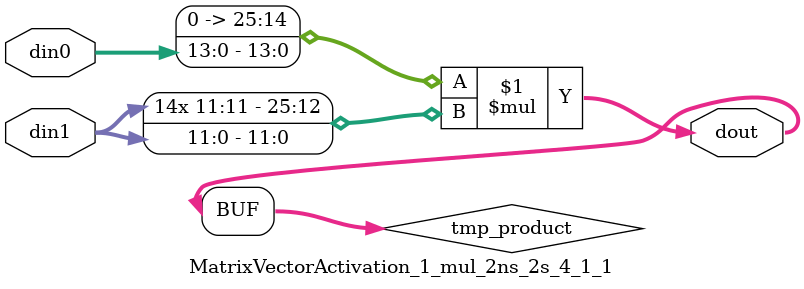
<source format=v>

`timescale 1 ns / 1 ps

  (* use_dsp = "no" *)  module MatrixVectorActivation_1_mul_2ns_2s_4_1_1(din0, din1, dout);
parameter ID = 1;
parameter NUM_STAGE = 0;
parameter din0_WIDTH = 14;
parameter din1_WIDTH = 12;
parameter dout_WIDTH = 26;

input [din0_WIDTH - 1 : 0] din0; 
input [din1_WIDTH - 1 : 0] din1; 
output [dout_WIDTH - 1 : 0] dout;

wire signed [dout_WIDTH - 1 : 0] tmp_product;











assign tmp_product = $signed({1'b0, din0}) * $signed(din1);










assign dout = tmp_product;







endmodule

</source>
